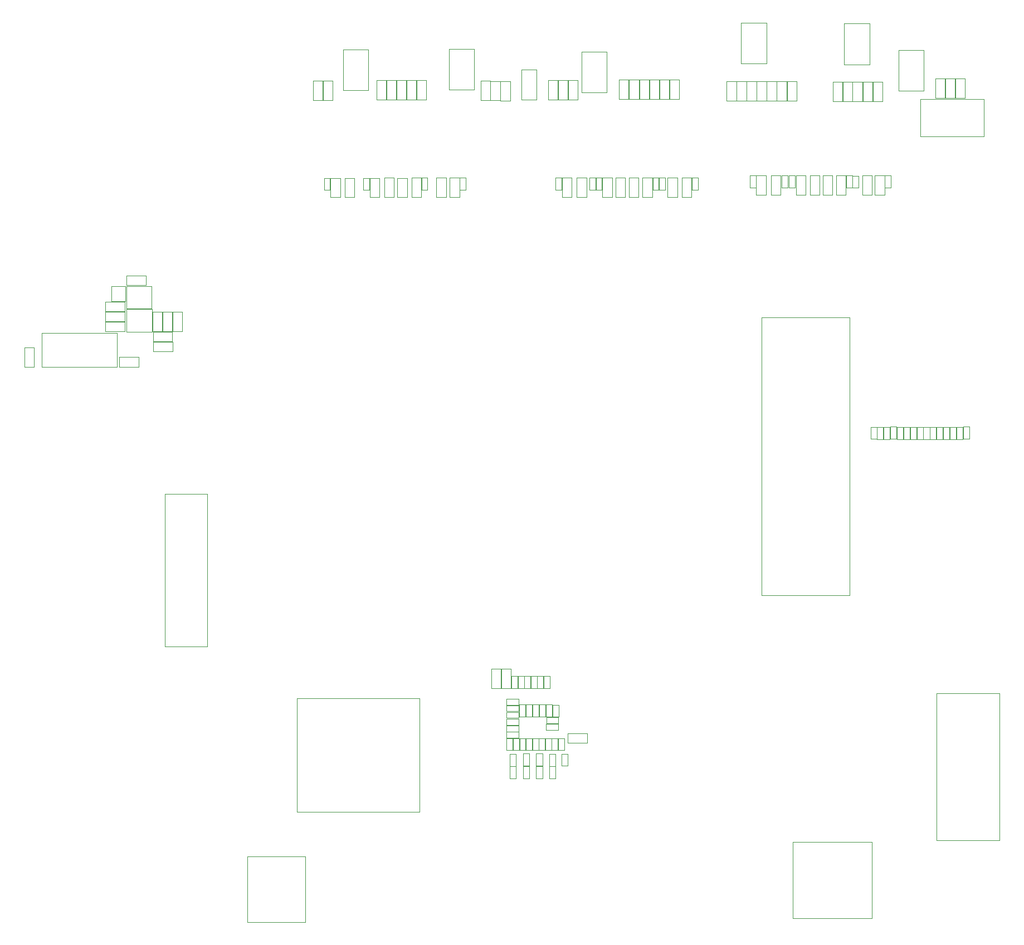
<source format=gbr>
G04 #@! TF.GenerationSoftware,KiCad,Pcbnew,8.0.0-rc1*
G04 #@! TF.CreationDate,2024-01-18T13:04:10+03:00*
G04 #@! TF.ProjectId,MXVR_3566,4d585652-5f33-4353-9636-2e6b69636164,REV1*
G04 #@! TF.SameCoordinates,Original*
G04 #@! TF.FileFunction,Other,User*
%FSLAX46Y46*%
G04 Gerber Fmt 4.6, Leading zero omitted, Abs format (unit mm)*
G04 Created by KiCad (PCBNEW 8.0.0-rc1) date 2024-01-18 13:04:10*
%MOMM*%
%LPD*%
G01*
G04 APERTURE LIST*
%ADD10C,0.050000*%
%ADD11C,0.100000*%
G04 APERTURE END LIST*
D10*
X186620000Y-92780000D02*
X187560000Y-92780000D01*
X186620000Y-94640000D02*
X186620000Y-92780000D01*
X187560000Y-92780000D02*
X187560000Y-94640000D01*
X187560000Y-94640000D02*
X186620000Y-94640000D01*
X138890000Y-54910000D02*
X139810000Y-54910000D01*
X138890000Y-56730000D02*
X138890000Y-54910000D01*
X139810000Y-54910000D02*
X139810000Y-56730000D01*
X139810000Y-56730000D02*
X138890000Y-56730000D01*
X134160000Y-140120000D02*
X135080000Y-140120000D01*
X134160000Y-141940000D02*
X134160000Y-140120000D01*
X135080000Y-140120000D02*
X135080000Y-141940000D01*
X135080000Y-141940000D02*
X134160000Y-141940000D01*
X107720000Y-54920000D02*
X109180000Y-54920000D01*
X107720000Y-57880000D02*
X107720000Y-54920000D01*
X109180000Y-54920000D02*
X109180000Y-57880000D01*
X109180000Y-57880000D02*
X107720000Y-57880000D01*
X115630000Y-54915000D02*
X117090000Y-54915000D01*
X115630000Y-57875000D02*
X115630000Y-54915000D01*
X117090000Y-54915000D02*
X117090000Y-57875000D01*
X117090000Y-57875000D02*
X115630000Y-57875000D01*
X119200000Y-54920000D02*
X120120000Y-54920000D01*
X119200000Y-56740000D02*
X119200000Y-54920000D01*
X120120000Y-54920000D02*
X120120000Y-56740000D01*
X120120000Y-56740000D02*
X119200000Y-56740000D01*
X190650000Y-92790000D02*
X191590000Y-92790000D01*
X190650000Y-94650000D02*
X190650000Y-92790000D01*
X191590000Y-92790000D02*
X191590000Y-94650000D01*
X191590000Y-94650000D02*
X190650000Y-94650000D01*
X195690000Y-92770000D02*
X196630000Y-92770000D01*
X195690000Y-94630000D02*
X195690000Y-92770000D01*
X196630000Y-92770000D02*
X196630000Y-94630000D01*
X196630000Y-94630000D02*
X195690000Y-94630000D01*
X128270000Y-140120000D02*
X129190000Y-140120000D01*
X128270000Y-141940000D02*
X128270000Y-140120000D01*
X129190000Y-140120000D02*
X129190000Y-141940000D01*
X129190000Y-141940000D02*
X128270000Y-141940000D01*
X68537500Y-71370000D02*
X68537500Y-74770000D01*
X68537500Y-74770000D02*
X72377500Y-74770000D01*
X72377500Y-71370000D02*
X68537500Y-71370000D01*
X72377500Y-74770000D02*
X72377500Y-71370000D01*
X68562500Y-74910000D02*
X68562500Y-78310000D01*
X68562500Y-78310000D02*
X72402500Y-78310000D01*
X72402500Y-74910000D02*
X68562500Y-74910000D01*
X72402500Y-78310000D02*
X72402500Y-74910000D01*
X132780000Y-144410000D02*
X133700000Y-144410000D01*
X132780000Y-146230000D02*
X132780000Y-144410000D01*
X133700000Y-144410000D02*
X133700000Y-146230000D01*
X133700000Y-146230000D02*
X132780000Y-146230000D01*
X53040000Y-80700000D02*
X54500000Y-80700000D01*
X53040000Y-83660000D02*
X53040000Y-80700000D01*
X54500000Y-80700000D02*
X54500000Y-83660000D01*
X54500000Y-83660000D02*
X53040000Y-83660000D01*
X104530000Y-54930000D02*
X105450000Y-54930000D01*
X104530000Y-56750000D02*
X104530000Y-54930000D01*
X105450000Y-54930000D02*
X105450000Y-56750000D01*
X105450000Y-56750000D02*
X104530000Y-56750000D01*
X166480000Y-54585000D02*
X167940000Y-54585000D01*
X166480000Y-57545000D02*
X166480000Y-54585000D01*
X167940000Y-54585000D02*
X167940000Y-57545000D01*
X167940000Y-57545000D02*
X166480000Y-57545000D01*
X150770000Y-54915000D02*
X152230000Y-54915000D01*
X150770000Y-57875000D02*
X150770000Y-54915000D01*
X152230000Y-54915000D02*
X152230000Y-57875000D01*
X152230000Y-57875000D02*
X150770000Y-57875000D01*
X144935000Y-39975000D02*
X146395000Y-39975000D01*
X144935000Y-42935000D02*
X144935000Y-39975000D01*
X146395000Y-39975000D02*
X146395000Y-42935000D01*
X146395000Y-42935000D02*
X144935000Y-42935000D01*
X127290000Y-140120000D02*
X128210000Y-140120000D01*
X127290000Y-141940000D02*
X127290000Y-140120000D01*
X128210000Y-140120000D02*
X128210000Y-141940000D01*
X128210000Y-141940000D02*
X127290000Y-141940000D01*
X131240000Y-135020000D02*
X132160000Y-135020000D01*
X131240000Y-136840000D02*
X131240000Y-135020000D01*
X132160000Y-135020000D02*
X132160000Y-136840000D01*
X132160000Y-136840000D02*
X131240000Y-136840000D01*
D11*
X189160000Y-42910000D02*
X198860000Y-42910000D01*
X189160000Y-48610000D02*
X189160000Y-42910000D01*
X198860000Y-42910000D02*
X198860000Y-48610000D01*
X198860000Y-48610000D02*
X189160000Y-48610000D01*
X161945000Y-31325000D02*
X165795000Y-31325000D01*
X161945000Y-37520000D02*
X161945000Y-31325000D01*
X165795000Y-31325000D02*
X165795000Y-37520000D01*
X165795000Y-37520000D02*
X161945000Y-37520000D01*
D10*
X193680000Y-92780000D02*
X194620000Y-92780000D01*
X193680000Y-94640000D02*
X193680000Y-92780000D01*
X194620000Y-92780000D02*
X194620000Y-94640000D01*
X194620000Y-94640000D02*
X193680000Y-94640000D01*
X162800000Y-40240000D02*
X164260000Y-40240000D01*
X162800000Y-43200000D02*
X162800000Y-40240000D01*
X164260000Y-40240000D02*
X164260000Y-43200000D01*
X164260000Y-43200000D02*
X162800000Y-43200000D01*
X185620000Y-92780000D02*
X186560000Y-92780000D01*
X185620000Y-94640000D02*
X185620000Y-92780000D01*
X186560000Y-92780000D02*
X186560000Y-94640000D01*
X186560000Y-94640000D02*
X185620000Y-94640000D01*
X135620000Y-139370000D02*
X138580000Y-139370000D01*
X135620000Y-140830000D02*
X135620000Y-139370000D01*
X138580000Y-139370000D02*
X138580000Y-140830000D01*
X138580000Y-140830000D02*
X135620000Y-140830000D01*
X183610000Y-92780000D02*
X184550000Y-92780000D01*
X183610000Y-94640000D02*
X183610000Y-92780000D01*
X184550000Y-92780000D02*
X184550000Y-94640000D01*
X184550000Y-94640000D02*
X183610000Y-94640000D01*
X144860000Y-54900000D02*
X146320000Y-54900000D01*
X144860000Y-57860000D02*
X144860000Y-54900000D01*
X146320000Y-54900000D02*
X146320000Y-57860000D01*
X146320000Y-57860000D02*
X144860000Y-57860000D01*
X125370000Y-40205000D02*
X126830000Y-40205000D01*
X125370000Y-43165000D02*
X125370000Y-40205000D01*
X126830000Y-40205000D02*
X126830000Y-43165000D01*
X126830000Y-43165000D02*
X125370000Y-43165000D01*
X111110000Y-40090000D02*
X112570000Y-40090000D01*
X111110000Y-43050000D02*
X111110000Y-40090000D01*
X112570000Y-40090000D02*
X112570000Y-43050000D01*
X112570000Y-43050000D02*
X111110000Y-43050000D01*
X128780000Y-144390000D02*
X129720000Y-144390000D01*
X128780000Y-146250000D02*
X128780000Y-144390000D01*
X129720000Y-144390000D02*
X129720000Y-146250000D01*
X129720000Y-146250000D02*
X128780000Y-146250000D01*
X194680000Y-92780000D02*
X195620000Y-92780000D01*
X194680000Y-94640000D02*
X194680000Y-92780000D01*
X195620000Y-92780000D02*
X195620000Y-94640000D01*
X195620000Y-94640000D02*
X194680000Y-94640000D01*
X133270000Y-135030000D02*
X134190000Y-135030000D01*
X133270000Y-136850000D02*
X133270000Y-135030000D01*
X134190000Y-135030000D02*
X134190000Y-136850000D01*
X134190000Y-136850000D02*
X133270000Y-136850000D01*
X167360000Y-40230000D02*
X168820000Y-40230000D01*
X167360000Y-43190000D02*
X167360000Y-40230000D01*
X168820000Y-40230000D02*
X168820000Y-43190000D01*
X168820000Y-43190000D02*
X167360000Y-43190000D01*
X126300000Y-135110000D02*
X128120000Y-135110000D01*
X126300000Y-136030000D02*
X126300000Y-135110000D01*
X128120000Y-135110000D02*
X128120000Y-136030000D01*
X128120000Y-136030000D02*
X126300000Y-136030000D01*
X182270000Y-54570000D02*
X183730000Y-54570000D01*
X182270000Y-57530000D02*
X182270000Y-54570000D01*
X183730000Y-54570000D02*
X183730000Y-57530000D01*
X183730000Y-57530000D02*
X182270000Y-57530000D01*
X126310000Y-140130000D02*
X127230000Y-140130000D01*
X126310000Y-141950000D02*
X126310000Y-140130000D01*
X127230000Y-140130000D02*
X127230000Y-141950000D01*
X127230000Y-141950000D02*
X126310000Y-141950000D01*
X123980000Y-129540000D02*
X125440000Y-129540000D01*
X123980000Y-132500000D02*
X123980000Y-129540000D01*
X125440000Y-129540000D02*
X125440000Y-132500000D01*
X125440000Y-132500000D02*
X123980000Y-132500000D01*
X126290000Y-134120000D02*
X128110000Y-134120000D01*
X126290000Y-135040000D02*
X126290000Y-134120000D01*
X128110000Y-134120000D02*
X128110000Y-135040000D01*
X128110000Y-135040000D02*
X126290000Y-135040000D01*
X169790000Y-167470000D02*
X181790000Y-167470000D01*
X181790000Y-155870000D01*
X169790000Y-155870000D01*
X169790000Y-167470000D01*
X131940000Y-130670000D02*
X132860000Y-130670000D01*
X131940000Y-132490000D02*
X131940000Y-130670000D01*
X132860000Y-130670000D02*
X132860000Y-132490000D01*
X132860000Y-132490000D02*
X131940000Y-132490000D01*
X172420000Y-54590000D02*
X173880000Y-54590000D01*
X172420000Y-57550000D02*
X172420000Y-54590000D01*
X173880000Y-54590000D02*
X173880000Y-57550000D01*
X173880000Y-57550000D02*
X172420000Y-57550000D01*
X181950000Y-40345000D02*
X183410000Y-40345000D01*
X181950000Y-43305000D02*
X181950000Y-40345000D01*
X183410000Y-40345000D02*
X183410000Y-43305000D01*
X183410000Y-43305000D02*
X181950000Y-43305000D01*
X134110000Y-40100000D02*
X135570000Y-40100000D01*
X134110000Y-43060000D02*
X134110000Y-40100000D01*
X135570000Y-40100000D02*
X135570000Y-43060000D01*
X135570000Y-43060000D02*
X134110000Y-43060000D01*
X72555000Y-79840000D02*
X75515000Y-79840000D01*
X72555000Y-81300000D02*
X72555000Y-79840000D01*
X75515000Y-79840000D02*
X75515000Y-81300000D01*
X75515000Y-81300000D02*
X72555000Y-81300000D01*
X75550000Y-75270000D02*
X77010000Y-75270000D01*
X75550000Y-78230000D02*
X75550000Y-75270000D01*
X77010000Y-75270000D02*
X77010000Y-78230000D01*
X77010000Y-78230000D02*
X75550000Y-78230000D01*
X67415000Y-82180000D02*
X70375000Y-82180000D01*
X67415000Y-83640000D02*
X67415000Y-82180000D01*
X70375000Y-82180000D02*
X70375000Y-83640000D01*
X70375000Y-83640000D02*
X67415000Y-83640000D01*
X170300000Y-54590000D02*
X171760000Y-54590000D01*
X170300000Y-57550000D02*
X170300000Y-54590000D01*
X171760000Y-54590000D02*
X171760000Y-57550000D01*
X171760000Y-57550000D02*
X170300000Y-57550000D01*
X72510000Y-75280000D02*
X73970000Y-75280000D01*
X72510000Y-78240000D02*
X72510000Y-75280000D01*
X73970000Y-75280000D02*
X73970000Y-78240000D01*
X73970000Y-78240000D02*
X72510000Y-78240000D01*
X117660000Y-54920000D02*
X119120000Y-54920000D01*
X117660000Y-57880000D02*
X117660000Y-54920000D01*
X119120000Y-54920000D02*
X119120000Y-57880000D01*
X119120000Y-57880000D02*
X117660000Y-57880000D01*
X192980000Y-39815000D02*
X194440000Y-39815000D01*
X192980000Y-42775000D02*
X192980000Y-39815000D01*
X194440000Y-39815000D02*
X194440000Y-42775000D01*
X194440000Y-42775000D02*
X192980000Y-42775000D01*
X161260000Y-40240000D02*
X162720000Y-40240000D01*
X161260000Y-43200000D02*
X161260000Y-40240000D01*
X162720000Y-40240000D02*
X162720000Y-43200000D01*
X162720000Y-43200000D02*
X161260000Y-43200000D01*
X135640000Y-40100000D02*
X137100000Y-40100000D01*
X135640000Y-43060000D02*
X135640000Y-40100000D01*
X137100000Y-40100000D02*
X137100000Y-43060000D01*
X137100000Y-43060000D02*
X135640000Y-43060000D01*
X130960000Y-130670000D02*
X131880000Y-130670000D01*
X130960000Y-132490000D02*
X130960000Y-130670000D01*
X131880000Y-130670000D02*
X131880000Y-132490000D01*
X131880000Y-132490000D02*
X130960000Y-132490000D01*
X126310000Y-136130000D02*
X128130000Y-136130000D01*
X126310000Y-137050000D02*
X126310000Y-136130000D01*
X128130000Y-136130000D02*
X128130000Y-137050000D01*
X128130000Y-137050000D02*
X126310000Y-137050000D01*
X194500000Y-39815000D02*
X195960000Y-39815000D01*
X194500000Y-42775000D02*
X194500000Y-39815000D01*
X195960000Y-39815000D02*
X195960000Y-42775000D01*
X195960000Y-42775000D02*
X194500000Y-42775000D01*
X140860000Y-54910000D02*
X142320000Y-54910000D01*
X140860000Y-57870000D02*
X140860000Y-54910000D01*
X142320000Y-54910000D02*
X142320000Y-57870000D01*
X142320000Y-57870000D02*
X140860000Y-57870000D01*
X131210000Y-140120000D02*
X132130000Y-140120000D01*
X131210000Y-141940000D02*
X131210000Y-140120000D01*
X132130000Y-140120000D02*
X132130000Y-141940000D01*
X132130000Y-141940000D02*
X131210000Y-141940000D01*
X99540000Y-54930000D02*
X101000000Y-54930000D01*
X99540000Y-57890000D02*
X99540000Y-54930000D01*
X101000000Y-54930000D02*
X101000000Y-57890000D01*
X101000000Y-57890000D02*
X99540000Y-57890000D01*
D11*
X137675000Y-35710000D02*
X141525000Y-35710000D01*
X137675000Y-41905000D02*
X137675000Y-35710000D01*
X141525000Y-35710000D02*
X141525000Y-41905000D01*
X141525000Y-41905000D02*
X137675000Y-41905000D01*
X94400000Y-134060000D02*
X113100000Y-134060000D01*
X94400000Y-151360000D02*
X94400000Y-134060000D01*
X113100000Y-134060000D02*
X113100000Y-151360000D01*
X113100000Y-151360000D02*
X94400000Y-151360000D01*
D10*
X105510000Y-54930000D02*
X106970000Y-54930000D01*
X105510000Y-57890000D02*
X105510000Y-54930000D01*
X106970000Y-54930000D02*
X106970000Y-57890000D01*
X106970000Y-57890000D02*
X105510000Y-57890000D01*
X139870000Y-54910000D02*
X140790000Y-54910000D01*
X139870000Y-56730000D02*
X139870000Y-54910000D01*
X140790000Y-54910000D02*
X140790000Y-56730000D01*
X140790000Y-56730000D02*
X139870000Y-56730000D01*
X128540000Y-38445000D02*
X130840000Y-38445000D01*
X128540000Y-43045000D02*
X128540000Y-38445000D01*
X130840000Y-38445000D02*
X130840000Y-43045000D01*
X130840000Y-43045000D02*
X128540000Y-43045000D01*
X151065000Y-39965000D02*
X152525000Y-39965000D01*
X151065000Y-42925000D02*
X151065000Y-39965000D01*
X152525000Y-39965000D02*
X152525000Y-42925000D01*
X152525000Y-42925000D02*
X151065000Y-42925000D01*
X130800000Y-144380000D02*
X131740000Y-144380000D01*
X130800000Y-146240000D02*
X130800000Y-144380000D01*
X131740000Y-144380000D02*
X131740000Y-146240000D01*
X131740000Y-146240000D02*
X130800000Y-146240000D01*
X188630000Y-92780000D02*
X189570000Y-92780000D01*
X188630000Y-94640000D02*
X188630000Y-92780000D01*
X189570000Y-92780000D02*
X189570000Y-94640000D01*
X189570000Y-94640000D02*
X188630000Y-94640000D01*
X109580000Y-40085000D02*
X111040000Y-40085000D01*
X109580000Y-43045000D02*
X109580000Y-40085000D01*
X111040000Y-40085000D02*
X111040000Y-43045000D01*
X111040000Y-43045000D02*
X109580000Y-43045000D01*
X177380000Y-40345000D02*
X178840000Y-40345000D01*
X177380000Y-43305000D02*
X177380000Y-40345000D01*
X178840000Y-40345000D02*
X178840000Y-43305000D01*
X178840000Y-43305000D02*
X177380000Y-43305000D01*
X175850000Y-40365000D02*
X177310000Y-40365000D01*
X175850000Y-43325000D02*
X175850000Y-40365000D01*
X177310000Y-40365000D02*
X177310000Y-43325000D01*
X177310000Y-43325000D02*
X175850000Y-43325000D01*
X86910000Y-158110000D02*
X86910000Y-168110000D01*
X86910000Y-158110000D02*
X95710000Y-158110000D01*
X95710000Y-168110000D02*
X86910000Y-168110000D01*
X95710000Y-168110000D02*
X95710000Y-158110000D01*
X130240000Y-135020000D02*
X131160000Y-135020000D01*
X130240000Y-136840000D02*
X130240000Y-135020000D01*
X131160000Y-135020000D02*
X131160000Y-136840000D01*
X131160000Y-136840000D02*
X130240000Y-136840000D01*
X109710000Y-54930000D02*
X111170000Y-54930000D01*
X109710000Y-57890000D02*
X109710000Y-54930000D01*
X111170000Y-54930000D02*
X111170000Y-57890000D01*
X111170000Y-57890000D02*
X109710000Y-57890000D01*
X178860000Y-54600000D02*
X179780000Y-54600000D01*
X178860000Y-56420000D02*
X178860000Y-54600000D01*
X179780000Y-54600000D02*
X179780000Y-56420000D01*
X179780000Y-56420000D02*
X178860000Y-56420000D01*
X163240000Y-54590000D02*
X164160000Y-54590000D01*
X163240000Y-56410000D02*
X163240000Y-54590000D01*
X164160000Y-54590000D02*
X164160000Y-56410000D01*
X164160000Y-56410000D02*
X163240000Y-56410000D01*
X177920000Y-54580000D02*
X178840000Y-54580000D01*
X177920000Y-56400000D02*
X177920000Y-54580000D01*
X178840000Y-54580000D02*
X178840000Y-56400000D01*
X178840000Y-56400000D02*
X177920000Y-56400000D01*
X74030000Y-75270000D02*
X75490000Y-75270000D01*
X74030000Y-78230000D02*
X74030000Y-75270000D01*
X75490000Y-75270000D02*
X75490000Y-78230000D01*
X75490000Y-78230000D02*
X74030000Y-78230000D01*
D11*
X177615000Y-31475000D02*
X181465000Y-31475000D01*
X177615000Y-37670000D02*
X177615000Y-31475000D01*
X181465000Y-31475000D02*
X181465000Y-37670000D01*
X181465000Y-37670000D02*
X177615000Y-37670000D01*
D10*
X142870000Y-54895000D02*
X144330000Y-54895000D01*
X142870000Y-57855000D02*
X142870000Y-54895000D01*
X144330000Y-54895000D02*
X144330000Y-57855000D01*
X144330000Y-57855000D02*
X142870000Y-57855000D01*
X165840000Y-40245000D02*
X167300000Y-40245000D01*
X165840000Y-43205000D02*
X165840000Y-40245000D01*
X167300000Y-40245000D02*
X167300000Y-43205000D01*
X167300000Y-43205000D02*
X165840000Y-43205000D01*
X191650000Y-92780000D02*
X192590000Y-92780000D01*
X191650000Y-94640000D02*
X191650000Y-92780000D01*
X192590000Y-92780000D02*
X192590000Y-94640000D01*
X192590000Y-94640000D02*
X191650000Y-94640000D01*
X72550000Y-78320000D02*
X75510000Y-78320000D01*
X72550000Y-79780000D02*
X72550000Y-78320000D01*
X75510000Y-78320000D02*
X75510000Y-79780000D01*
X75510000Y-79780000D02*
X72550000Y-79780000D01*
X66280000Y-73700000D02*
X66280000Y-71400000D01*
X66280000Y-73700000D02*
X68380000Y-73700000D01*
X68380000Y-71400000D02*
X66280000Y-71400000D01*
X68380000Y-71400000D02*
X68380000Y-73700000D01*
X191609900Y-133265000D02*
X201209900Y-133265000D01*
X191609900Y-155665000D02*
X191609900Y-133265000D01*
X201209900Y-133265000D02*
X201209900Y-155665000D01*
X201209900Y-155665000D02*
X191609900Y-155665000D01*
X187620000Y-92780000D02*
X188560000Y-92780000D01*
X187620000Y-94640000D02*
X187620000Y-92780000D01*
X188560000Y-92780000D02*
X188560000Y-94640000D01*
X188560000Y-94640000D02*
X187620000Y-94640000D01*
X101690000Y-54930000D02*
X103150000Y-54930000D01*
X101690000Y-57890000D02*
X101690000Y-54930000D01*
X103150000Y-54930000D02*
X103150000Y-57890000D01*
X103150000Y-57890000D02*
X101690000Y-57890000D01*
X132770000Y-142490000D02*
X133710000Y-142490000D01*
X132770000Y-144350000D02*
X132770000Y-142490000D01*
X133710000Y-142490000D02*
X133710000Y-144350000D01*
X133710000Y-144350000D02*
X132770000Y-144350000D01*
X164320000Y-40240000D02*
X165780000Y-40240000D01*
X164320000Y-43200000D02*
X164320000Y-40240000D01*
X165780000Y-40240000D02*
X165780000Y-43200000D01*
X165780000Y-43200000D02*
X164320000Y-43200000D01*
X191450000Y-39815000D02*
X192910000Y-39815000D01*
X191450000Y-42775000D02*
X191450000Y-39815000D01*
X192910000Y-39815000D02*
X192910000Y-42775000D01*
X192910000Y-42775000D02*
X191450000Y-42775000D01*
X126790000Y-144400000D02*
X127730000Y-144400000D01*
X126790000Y-146260000D02*
X126790000Y-144400000D01*
X127730000Y-144400000D02*
X127730000Y-146260000D01*
X127730000Y-146260000D02*
X126790000Y-146260000D01*
X176360000Y-54575000D02*
X177820000Y-54575000D01*
X176360000Y-57535000D02*
X176360000Y-54575000D01*
X177820000Y-54575000D02*
X177820000Y-57535000D01*
X177820000Y-57535000D02*
X176360000Y-57535000D01*
X125510000Y-129540000D02*
X126970000Y-129540000D01*
X125510000Y-132500000D02*
X125510000Y-129540000D01*
X126970000Y-129540000D02*
X126970000Y-132500000D01*
X126970000Y-132500000D02*
X125510000Y-132500000D01*
X159740000Y-40230000D02*
X161200000Y-40230000D01*
X159740000Y-43190000D02*
X159740000Y-40230000D01*
X161200000Y-40230000D02*
X161200000Y-43190000D01*
X161200000Y-43190000D02*
X159740000Y-43190000D01*
X128780000Y-142470000D02*
X129720000Y-142470000D01*
X128780000Y-144330000D02*
X128780000Y-142470000D01*
X129720000Y-142470000D02*
X129720000Y-144330000D01*
X129720000Y-144330000D02*
X128780000Y-144330000D01*
X112630000Y-40080000D02*
X114090000Y-40080000D01*
X112630000Y-43040000D02*
X112630000Y-40080000D01*
X114090000Y-40080000D02*
X114090000Y-43040000D01*
X114090000Y-43040000D02*
X112630000Y-43040000D01*
X132580000Y-40085000D02*
X134040000Y-40085000D01*
X132580000Y-43045000D02*
X132580000Y-40085000D01*
X134040000Y-40085000D02*
X134040000Y-43045000D01*
X134040000Y-43045000D02*
X132580000Y-43045000D01*
X146960000Y-54900000D02*
X148420000Y-54900000D01*
X146960000Y-57860000D02*
X146960000Y-54900000D01*
X148420000Y-54900000D02*
X148420000Y-57860000D01*
X148420000Y-57860000D02*
X146960000Y-57860000D01*
X98430000Y-40125000D02*
X99890000Y-40125000D01*
X98430000Y-43085000D02*
X98430000Y-40125000D01*
X99890000Y-40125000D02*
X99890000Y-43085000D01*
X99890000Y-43085000D02*
X98430000Y-43085000D01*
X180430000Y-40345000D02*
X181890000Y-40345000D01*
X180430000Y-43305000D02*
X180430000Y-40345000D01*
X181890000Y-40345000D02*
X181890000Y-43305000D01*
X181890000Y-43305000D02*
X180430000Y-43305000D01*
X152950000Y-54915000D02*
X154410000Y-54915000D01*
X152950000Y-57875000D02*
X152950000Y-54915000D01*
X154410000Y-54915000D02*
X154410000Y-57875000D01*
X154410000Y-57875000D02*
X152950000Y-57875000D01*
X182600000Y-92780000D02*
X183540000Y-92780000D01*
X182600000Y-94640000D02*
X182600000Y-92780000D01*
X183540000Y-92780000D02*
X183540000Y-94640000D01*
X183540000Y-94640000D02*
X182600000Y-94640000D01*
X148005000Y-39980000D02*
X149465000Y-39980000D01*
X148005000Y-42940000D02*
X148005000Y-39980000D01*
X149465000Y-39980000D02*
X149465000Y-42940000D01*
X149465000Y-42940000D02*
X148005000Y-42940000D01*
X134720000Y-54900000D02*
X136180000Y-54900000D01*
X134720000Y-57860000D02*
X134720000Y-54900000D01*
X136180000Y-54900000D02*
X136180000Y-57860000D01*
X136180000Y-57860000D02*
X134720000Y-57860000D01*
X108050000Y-40085000D02*
X109510000Y-40085000D01*
X108050000Y-43045000D02*
X108050000Y-40085000D01*
X109510000Y-40085000D02*
X109510000Y-43045000D01*
X109510000Y-43045000D02*
X108050000Y-43045000D01*
X133170000Y-140120000D02*
X134090000Y-140120000D01*
X133170000Y-141940000D02*
X133170000Y-140120000D01*
X134090000Y-140120000D02*
X134090000Y-141940000D01*
X134090000Y-141940000D02*
X133170000Y-141940000D01*
X127030000Y-130670000D02*
X127950000Y-130670000D01*
X127030000Y-132490000D02*
X127030000Y-130670000D01*
X127950000Y-130670000D02*
X127950000Y-132490000D01*
X127950000Y-132490000D02*
X127030000Y-132490000D01*
X122340000Y-40195000D02*
X123800000Y-40195000D01*
X122340000Y-43155000D02*
X122340000Y-40195000D01*
X123800000Y-40195000D02*
X123800000Y-43155000D01*
X123800000Y-43155000D02*
X122340000Y-43155000D01*
X126310000Y-137160000D02*
X128130000Y-137160000D01*
X126310000Y-138080000D02*
X126310000Y-137160000D01*
X128130000Y-137160000D02*
X128130000Y-138080000D01*
X128130000Y-138080000D02*
X126310000Y-138080000D01*
X154490000Y-54915000D02*
X155410000Y-54915000D01*
X154490000Y-56735000D02*
X154490000Y-54915000D01*
X155410000Y-54915000D02*
X155410000Y-56735000D01*
X155410000Y-56735000D02*
X154490000Y-56735000D01*
X164230000Y-54580000D02*
X165690000Y-54580000D01*
X164230000Y-57540000D02*
X164230000Y-54580000D01*
X165690000Y-54580000D02*
X165690000Y-57540000D01*
X165690000Y-57540000D02*
X164230000Y-57540000D01*
X74380000Y-102960000D02*
X74380000Y-126160000D01*
X74380000Y-126160000D02*
X80780000Y-126160000D01*
X80780000Y-102960000D02*
X74380000Y-102960000D01*
X80780000Y-126160000D02*
X80780000Y-102960000D01*
X184620000Y-92770000D02*
X185560000Y-92770000D01*
X184620000Y-94630000D02*
X184620000Y-92770000D01*
X185560000Y-92770000D02*
X185560000Y-94630000D01*
X185560000Y-94630000D02*
X184620000Y-94630000D01*
X174350000Y-54590000D02*
X175810000Y-54590000D01*
X174350000Y-57550000D02*
X174350000Y-54590000D01*
X175810000Y-54590000D02*
X175810000Y-57550000D01*
X175810000Y-57550000D02*
X174350000Y-57550000D01*
X111845000Y-54920000D02*
X113305000Y-54920000D01*
X111845000Y-57880000D02*
X111845000Y-54920000D01*
X113305000Y-54920000D02*
X113305000Y-57880000D01*
X113305000Y-57880000D02*
X111845000Y-57880000D01*
X165034920Y-118380000D02*
X165034920Y-76165000D01*
X178434920Y-76165000D02*
X165034920Y-76165000D01*
X178434920Y-118380000D02*
X165034920Y-118380000D01*
X178434920Y-118380000D02*
X178434920Y-76165000D01*
X169170000Y-54580000D02*
X170090000Y-54580000D01*
X169170000Y-56400000D02*
X169170000Y-54580000D01*
X170090000Y-54580000D02*
X170090000Y-56400000D01*
X170090000Y-56400000D02*
X169170000Y-56400000D01*
D11*
X101460000Y-35430000D02*
X105310000Y-35430000D01*
X101460000Y-41625000D02*
X101460000Y-35430000D01*
X105310000Y-35430000D02*
X105310000Y-41625000D01*
X105310000Y-41625000D02*
X101460000Y-41625000D01*
D10*
X65320000Y-73770000D02*
X68280000Y-73770000D01*
X65320000Y-75230000D02*
X65320000Y-73770000D01*
X68280000Y-73770000D02*
X68280000Y-75230000D01*
X68280000Y-75230000D02*
X65320000Y-75230000D01*
D11*
X185840000Y-35525000D02*
X189690000Y-35525000D01*
X185840000Y-41720000D02*
X185840000Y-35525000D01*
X189690000Y-35525000D02*
X189690000Y-41720000D01*
X189690000Y-41720000D02*
X185840000Y-41720000D01*
D10*
X96870000Y-40135000D02*
X98330000Y-40135000D01*
X96870000Y-43095000D02*
X96870000Y-40135000D01*
X98330000Y-40135000D02*
X98330000Y-43095000D01*
X98330000Y-43095000D02*
X96870000Y-43095000D01*
X192670000Y-92780000D02*
X193610000Y-92780000D01*
X192670000Y-94640000D02*
X192670000Y-92780000D01*
X193610000Y-92780000D02*
X193610000Y-94640000D01*
X193610000Y-94640000D02*
X192670000Y-94640000D01*
X148500000Y-54900000D02*
X149420000Y-54900000D01*
X148500000Y-56720000D02*
X148500000Y-54900000D01*
X149420000Y-54900000D02*
X149420000Y-56720000D01*
X149420000Y-56720000D02*
X148500000Y-56720000D01*
X129250000Y-140120000D02*
X130170000Y-140120000D01*
X129250000Y-141940000D02*
X129250000Y-140120000D01*
X130170000Y-140120000D02*
X130170000Y-141940000D01*
X130170000Y-141940000D02*
X129250000Y-141940000D01*
X126310000Y-139150000D02*
X128130000Y-139150000D01*
X126310000Y-140070000D02*
X126310000Y-139150000D01*
X128130000Y-139150000D02*
X128130000Y-140070000D01*
X128130000Y-140070000D02*
X126310000Y-140070000D01*
X146475000Y-39980000D02*
X147935000Y-39980000D01*
X146475000Y-42940000D02*
X146475000Y-39980000D01*
X147935000Y-39980000D02*
X147935000Y-42940000D01*
X147935000Y-42940000D02*
X146475000Y-42940000D01*
X180390000Y-54580000D02*
X181850000Y-54580000D01*
X180390000Y-57540000D02*
X180390000Y-54580000D01*
X181850000Y-54580000D02*
X181850000Y-57540000D01*
X181850000Y-57540000D02*
X180390000Y-57540000D01*
X133740000Y-54900000D02*
X134660000Y-54900000D01*
X133740000Y-56720000D02*
X133740000Y-54900000D01*
X134660000Y-54900000D02*
X134660000Y-56720000D01*
X134660000Y-56720000D02*
X133740000Y-56720000D01*
X126310000Y-138170000D02*
X128130000Y-138170000D01*
X126310000Y-139090000D02*
X126310000Y-138170000D01*
X128130000Y-138170000D02*
X128130000Y-139090000D01*
X128130000Y-139090000D02*
X126310000Y-139090000D01*
X189640000Y-92780000D02*
X190580000Y-92780000D01*
X189640000Y-94640000D02*
X189640000Y-92780000D01*
X190580000Y-92780000D02*
X190580000Y-94640000D01*
X190580000Y-94640000D02*
X189640000Y-94640000D01*
X123850000Y-40200000D02*
X125310000Y-40200000D01*
X123850000Y-43160000D02*
X123850000Y-40200000D01*
X125310000Y-40200000D02*
X125310000Y-43160000D01*
X125310000Y-43160000D02*
X123850000Y-43160000D01*
X143375000Y-39965000D02*
X144835000Y-39965000D01*
X143375000Y-42925000D02*
X143375000Y-39965000D01*
X144835000Y-39965000D02*
X144835000Y-42925000D01*
X144835000Y-42925000D02*
X143375000Y-42925000D01*
X128210000Y-135020000D02*
X129130000Y-135020000D01*
X128210000Y-136840000D02*
X128210000Y-135020000D01*
X129130000Y-135020000D02*
X129130000Y-136840000D01*
X129130000Y-136840000D02*
X128210000Y-136840000D01*
X168910000Y-40230000D02*
X170370000Y-40230000D01*
X168910000Y-43190000D02*
X168910000Y-40230000D01*
X170370000Y-40230000D02*
X170370000Y-43190000D01*
X170370000Y-43190000D02*
X168910000Y-43190000D01*
X65320000Y-75280000D02*
X68280000Y-75280000D01*
X65320000Y-76740000D02*
X65320000Y-75280000D01*
X68280000Y-75280000D02*
X68280000Y-76740000D01*
X68280000Y-76740000D02*
X65320000Y-76740000D01*
X132330000Y-136930000D02*
X134150000Y-136930000D01*
X132330000Y-137850000D02*
X132330000Y-136930000D01*
X134150000Y-136930000D02*
X134150000Y-137850000D01*
X134150000Y-137850000D02*
X132330000Y-137850000D01*
D11*
X117550000Y-35340000D02*
X121400000Y-35340000D01*
X117550000Y-41535000D02*
X117550000Y-35340000D01*
X121400000Y-35340000D02*
X121400000Y-41535000D01*
X121400000Y-41535000D02*
X117550000Y-41535000D01*
D10*
X129010000Y-130670000D02*
X129930000Y-130670000D01*
X129010000Y-132490000D02*
X129010000Y-130670000D01*
X129930000Y-130670000D02*
X129930000Y-132490000D01*
X129930000Y-132490000D02*
X129010000Y-132490000D01*
X134690000Y-142500000D02*
X135610000Y-142500000D01*
X134690000Y-144320000D02*
X134690000Y-142500000D01*
X135610000Y-142500000D02*
X135610000Y-144320000D01*
X135610000Y-144320000D02*
X134690000Y-144320000D01*
X183800000Y-54580000D02*
X184720000Y-54580000D01*
X183800000Y-56400000D02*
X183800000Y-54580000D01*
X184720000Y-54580000D02*
X184720000Y-56400000D01*
X184720000Y-56400000D02*
X183800000Y-56400000D01*
X149525000Y-39965000D02*
X150985000Y-39965000D01*
X149525000Y-42925000D02*
X149525000Y-39965000D01*
X150985000Y-39965000D02*
X150985000Y-42925000D01*
X150985000Y-42925000D02*
X149525000Y-42925000D01*
X68530000Y-69800000D02*
X71490000Y-69800000D01*
X68530000Y-71260000D02*
X68530000Y-69800000D01*
X71490000Y-69800000D02*
X71490000Y-71260000D01*
X71490000Y-71260000D02*
X68530000Y-71260000D01*
X132270000Y-135020000D02*
X133190000Y-135020000D01*
X132270000Y-136840000D02*
X132270000Y-135020000D01*
X133190000Y-135020000D02*
X133190000Y-136840000D01*
X133190000Y-136840000D02*
X132270000Y-136840000D01*
X132190000Y-140120000D02*
X133110000Y-140120000D01*
X132190000Y-141940000D02*
X132190000Y-140120000D01*
X133110000Y-140120000D02*
X133110000Y-141940000D01*
X133110000Y-141940000D02*
X132190000Y-141940000D01*
X130230000Y-140120000D02*
X131150000Y-140120000D01*
X130230000Y-141940000D02*
X130230000Y-140120000D01*
X131150000Y-140120000D02*
X131150000Y-141940000D01*
X131150000Y-141940000D02*
X130230000Y-141940000D01*
X168130000Y-54570000D02*
X169050000Y-54570000D01*
X168130000Y-56390000D02*
X168130000Y-54570000D01*
X169050000Y-54570000D02*
X169050000Y-56390000D01*
X169050000Y-56390000D02*
X168130000Y-56390000D01*
X132300000Y-137930000D02*
X134120000Y-137930000D01*
X132300000Y-138850000D02*
X132300000Y-137930000D01*
X134120000Y-137930000D02*
X134120000Y-138850000D01*
X134120000Y-138850000D02*
X132300000Y-138850000D01*
X130800000Y-142460000D02*
X131740000Y-142460000D01*
X130800000Y-144320000D02*
X130800000Y-142460000D01*
X131740000Y-142460000D02*
X131740000Y-144320000D01*
X131740000Y-144320000D02*
X130800000Y-144320000D01*
X98550000Y-54930000D02*
X99470000Y-54930000D01*
X98550000Y-56750000D02*
X98550000Y-54930000D01*
X99470000Y-54930000D02*
X99470000Y-56750000D01*
X99470000Y-56750000D02*
X98550000Y-56750000D01*
X55682500Y-78547500D02*
X67082500Y-78547500D01*
X67082500Y-83647500D01*
X55682500Y-83647500D01*
X55682500Y-78547500D01*
X178890000Y-40345000D02*
X180350000Y-40345000D01*
X178890000Y-43305000D02*
X178890000Y-40345000D01*
X180350000Y-40345000D02*
X180350000Y-43305000D01*
X180350000Y-43305000D02*
X178890000Y-43305000D01*
X113370000Y-54910000D02*
X114290000Y-54910000D01*
X113370000Y-56730000D02*
X113370000Y-54910000D01*
X114290000Y-54910000D02*
X114290000Y-56730000D01*
X114290000Y-56730000D02*
X113370000Y-56730000D01*
X65330000Y-76820000D02*
X68290000Y-76820000D01*
X65330000Y-78280000D02*
X65330000Y-76820000D01*
X68290000Y-76820000D02*
X68290000Y-78280000D01*
X68290000Y-78280000D02*
X65330000Y-78280000D01*
X126790000Y-142480000D02*
X127730000Y-142480000D01*
X126790000Y-144340000D02*
X126790000Y-142480000D01*
X127730000Y-142480000D02*
X127730000Y-144340000D01*
X127730000Y-144340000D02*
X126790000Y-144340000D01*
X106520000Y-40080000D02*
X107980000Y-40080000D01*
X106520000Y-43040000D02*
X106520000Y-40080000D01*
X107980000Y-40080000D02*
X107980000Y-43040000D01*
X107980000Y-43040000D02*
X106520000Y-43040000D01*
X181620000Y-92800000D02*
X182540000Y-92800000D01*
X181620000Y-94620000D02*
X181620000Y-92800000D01*
X182540000Y-92800000D02*
X182540000Y-94620000D01*
X182540000Y-94620000D02*
X181620000Y-94620000D01*
X129980000Y-130670000D02*
X130900000Y-130670000D01*
X129980000Y-132490000D02*
X129980000Y-130670000D01*
X130900000Y-130670000D02*
X130900000Y-132490000D01*
X130900000Y-132490000D02*
X129980000Y-132490000D01*
X136970000Y-54900000D02*
X138430000Y-54900000D01*
X136970000Y-57860000D02*
X136970000Y-54900000D01*
X138430000Y-54900000D02*
X138430000Y-57860000D01*
X138430000Y-57860000D02*
X136970000Y-57860000D01*
X128020000Y-130670000D02*
X128940000Y-130670000D01*
X128020000Y-132490000D02*
X128020000Y-130670000D01*
X128940000Y-130670000D02*
X128940000Y-132490000D01*
X128940000Y-132490000D02*
X128020000Y-132490000D01*
X129230000Y-135010000D02*
X130150000Y-135010000D01*
X129230000Y-136830000D02*
X129230000Y-135010000D01*
X130150000Y-135010000D02*
X130150000Y-136830000D01*
X130150000Y-136830000D02*
X129230000Y-136830000D01*
X149500000Y-54900000D02*
X150420000Y-54900000D01*
X149500000Y-56720000D02*
X149500000Y-54900000D01*
X150420000Y-54900000D02*
X150420000Y-56720000D01*
X150420000Y-56720000D02*
X149500000Y-56720000D01*
M02*

</source>
